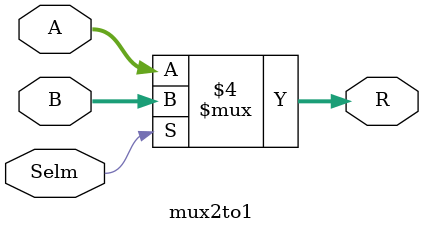
<source format=v>
module mux2to1 #(
        parameter k = 8
    )  (
        input       [k-1:0] A,
        input       [k-1:0] B,
        input               Selm,
        output  reg [k-1:0] R
    );

    always @(A or B or Selm)
        if (Selm == 0)
            R <= A;
        else
            R <= B;
endmodule


</source>
